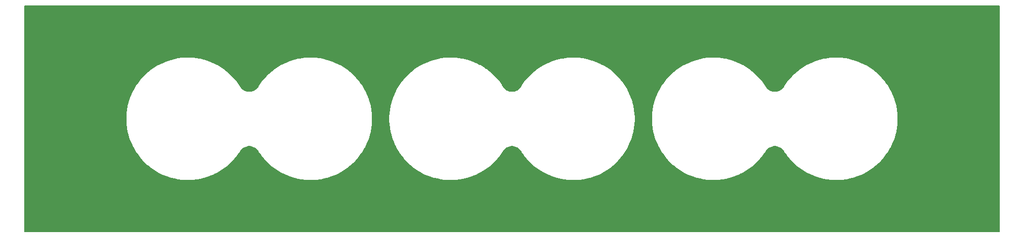
<source format=gbr>
%TF.GenerationSoftware,KiCad,Pcbnew,8.0.4+dfsg-1*%
%TF.CreationDate,2025-04-01T21:10:26+02:00*%
%TF.ProjectId,nixie-top,6e697869-652d-4746-9f70-2e6b69636164,rev?*%
%TF.SameCoordinates,Original*%
%TF.FileFunction,Copper,L1,Top*%
%TF.FilePolarity,Positive*%
%FSLAX46Y46*%
G04 Gerber Fmt 4.6, Leading zero omitted, Abs format (unit mm)*
G04 Created by KiCad (PCBNEW 8.0.4+dfsg-1) date 2025-04-01 21:10:26*
%MOMM*%
%LPD*%
G01*
G04 APERTURE LIST*
G04 APERTURE END LIST*
%TA.AperFunction,NonConductor*%
G36*
X237442539Y-60020185D02*
G01*
X237488294Y-60072989D01*
X237499500Y-60124500D01*
X237499500Y-98875500D01*
X237479815Y-98942539D01*
X237427011Y-98988294D01*
X237375500Y-98999500D01*
X70624500Y-98999500D01*
X70557461Y-98979815D01*
X70511706Y-98927011D01*
X70500500Y-98875500D01*
X70500500Y-79426595D01*
X87982514Y-79426595D01*
X87982514Y-79573579D01*
X87982525Y-79573754D01*
X87982556Y-79816104D01*
X87982557Y-79816128D01*
X88020526Y-80447197D01*
X88020529Y-80447226D01*
X88096326Y-81074836D01*
X88096334Y-81074886D01*
X88209690Y-81696832D01*
X88209692Y-81696841D01*
X88209694Y-81696849D01*
X88360208Y-82310899D01*
X88360209Y-82310902D01*
X88360219Y-82310937D01*
X88547326Y-82914799D01*
X88770370Y-83506350D01*
X88770374Y-83506359D01*
X88770380Y-83506375D01*
X88980153Y-83975284D01*
X89028560Y-84083490D01*
X89247225Y-84502732D01*
X89320931Y-84644048D01*
X89338270Y-84672918D01*
X89611187Y-85127341D01*
X89646441Y-85186040D01*
X89747212Y-85333039D01*
X90003915Y-85707502D01*
X90003920Y-85707509D01*
X90392058Y-86206550D01*
X90392084Y-86206582D01*
X90702793Y-86560032D01*
X90809481Y-86681397D01*
X90809486Y-86681402D01*
X90809501Y-86681419D01*
X91254629Y-87130278D01*
X91254647Y-87130295D01*
X91254664Y-87130312D01*
X91565290Y-87408004D01*
X91726001Y-87551677D01*
X92221798Y-87943976D01*
X92221811Y-87943985D01*
X92740271Y-88305798D01*
X93158978Y-88562045D01*
X93279518Y-88635815D01*
X93692166Y-88855440D01*
X93837619Y-88932855D01*
X94412538Y-89195834D01*
X94412540Y-89195834D01*
X94412556Y-89195842D01*
X95002248Y-89423824D01*
X95604567Y-89615978D01*
X95604579Y-89615981D01*
X95604585Y-89615983D01*
X95789315Y-89662901D01*
X96217340Y-89771612D01*
X96838353Y-89890162D01*
X97465366Y-89971202D01*
X98096113Y-90014439D01*
X98728319Y-90019716D01*
X99359701Y-89987014D01*
X99987978Y-89916452D01*
X100610884Y-89808284D01*
X101226169Y-89662900D01*
X101831612Y-89480827D01*
X102425028Y-89262720D01*
X102425042Y-89262713D01*
X102425047Y-89262712D01*
X102988256Y-89016373D01*
X103004272Y-89009368D01*
X103567256Y-88721684D01*
X104111945Y-88400709D01*
X104636374Y-88047599D01*
X105138650Y-87663631D01*
X105616958Y-87250190D01*
X106069573Y-86808770D01*
X106494859Y-86340963D01*
X106891282Y-85848458D01*
X107257411Y-85333035D01*
X107385707Y-85127334D01*
X107393830Y-85115824D01*
X107395269Y-85114011D01*
X107395274Y-85114007D01*
X107426508Y-85061948D01*
X107427545Y-85060256D01*
X107428303Y-85059041D01*
X107431799Y-85053745D01*
X107568175Y-84858251D01*
X107578836Y-84845006D01*
X107738037Y-84672911D01*
X107750412Y-84661253D01*
X107931672Y-84512589D01*
X107945520Y-84502740D01*
X108145444Y-84380293D01*
X108160512Y-84372433D01*
X108375312Y-84278524D01*
X108391312Y-84272801D01*
X108616957Y-84209193D01*
X108633602Y-84205713D01*
X108865815Y-84173609D01*
X108882797Y-84172441D01*
X109117201Y-84172441D01*
X109134183Y-84173609D01*
X109366392Y-84205713D01*
X109383042Y-84209193D01*
X109608680Y-84272800D01*
X109624690Y-84278526D01*
X109839479Y-84372430D01*
X109854559Y-84380297D01*
X110054470Y-84502735D01*
X110068331Y-84512595D01*
X110190989Y-84613194D01*
X110249577Y-84661246D01*
X110261967Y-84672918D01*
X110421150Y-84844995D01*
X110431824Y-84858255D01*
X110568192Y-85053737D01*
X110571744Y-85059121D01*
X110572522Y-85060370D01*
X110573601Y-85062135D01*
X110604724Y-85114008D01*
X110606172Y-85115831D01*
X110614294Y-85127341D01*
X110671711Y-85219398D01*
X110742587Y-85333034D01*
X111008595Y-85707510D01*
X111108720Y-85848463D01*
X111108724Y-85848468D01*
X111505121Y-86340940D01*
X111505148Y-86340973D01*
X111930412Y-86808754D01*
X111930426Y-86808769D01*
X112383040Y-87250190D01*
X112861348Y-87663631D01*
X112861365Y-87663644D01*
X112861370Y-87663648D01*
X113363601Y-88047582D01*
X113363611Y-88047589D01*
X113363624Y-88047599D01*
X113363639Y-88047609D01*
X113888040Y-88400701D01*
X113888043Y-88400703D01*
X113888051Y-88400708D01*
X113888053Y-88400709D01*
X114432742Y-88721685D01*
X114995726Y-89009368D01*
X115574971Y-89262721D01*
X116168386Y-89480827D01*
X116773829Y-89662901D01*
X117389114Y-89808284D01*
X118012020Y-89916453D01*
X118640298Y-89987015D01*
X119271680Y-90019717D01*
X119903886Y-90014440D01*
X120534634Y-89971203D01*
X121161646Y-89890164D01*
X121590564Y-89808284D01*
X121782645Y-89771616D01*
X121782647Y-89771615D01*
X121782660Y-89771613D01*
X122273000Y-89647074D01*
X122395413Y-89615984D01*
X122395419Y-89615982D01*
X122395432Y-89615979D01*
X122997752Y-89423825D01*
X123587444Y-89195843D01*
X124162379Y-88932857D01*
X124720482Y-88635816D01*
X125259738Y-88305793D01*
X125778200Y-87943979D01*
X126273996Y-87551680D01*
X126745336Y-87130313D01*
X126745371Y-87130278D01*
X127190498Y-86681420D01*
X127190504Y-86681412D01*
X127190519Y-86681398D01*
X127607938Y-86206557D01*
X127996085Y-85707504D01*
X128353559Y-85186040D01*
X128679070Y-84644049D01*
X128869713Y-84278530D01*
X128971436Y-84083498D01*
X128971440Y-84083490D01*
X128971442Y-84083486D01*
X129229621Y-83506376D01*
X129452673Y-82914802D01*
X129452674Y-82914800D01*
X129639781Y-82310938D01*
X129639793Y-82310900D01*
X129790307Y-81696849D01*
X129903670Y-81074868D01*
X129979474Y-80447201D01*
X130017444Y-79816114D01*
X130017474Y-79574710D01*
X130017485Y-79574579D01*
X130017485Y-79426595D01*
X132982514Y-79426595D01*
X132982514Y-79573579D01*
X132982525Y-79573754D01*
X132982556Y-79816104D01*
X132982557Y-79816128D01*
X133020526Y-80447197D01*
X133020529Y-80447226D01*
X133096326Y-81074836D01*
X133096334Y-81074886D01*
X133209690Y-81696832D01*
X133209692Y-81696841D01*
X133209694Y-81696849D01*
X133360208Y-82310899D01*
X133360209Y-82310902D01*
X133360219Y-82310937D01*
X133547326Y-82914799D01*
X133770370Y-83506350D01*
X133770374Y-83506359D01*
X133770380Y-83506375D01*
X133980153Y-83975284D01*
X134028560Y-84083490D01*
X134247225Y-84502732D01*
X134320931Y-84644048D01*
X134338270Y-84672918D01*
X134611187Y-85127341D01*
X134646441Y-85186040D01*
X134747212Y-85333039D01*
X135003915Y-85707502D01*
X135003920Y-85707509D01*
X135392058Y-86206550D01*
X135392084Y-86206582D01*
X135702793Y-86560032D01*
X135809481Y-86681397D01*
X135809486Y-86681402D01*
X135809501Y-86681419D01*
X136254629Y-87130278D01*
X136254647Y-87130295D01*
X136254664Y-87130312D01*
X136565290Y-87408004D01*
X136726001Y-87551677D01*
X137221798Y-87943976D01*
X137221811Y-87943985D01*
X137740271Y-88305798D01*
X138158978Y-88562045D01*
X138279518Y-88635815D01*
X138692166Y-88855440D01*
X138837619Y-88932855D01*
X139412538Y-89195834D01*
X139412540Y-89195834D01*
X139412556Y-89195842D01*
X140002248Y-89423824D01*
X140604567Y-89615978D01*
X140604579Y-89615981D01*
X140604585Y-89615983D01*
X140789315Y-89662901D01*
X141217340Y-89771612D01*
X141838353Y-89890162D01*
X142465366Y-89971202D01*
X143096113Y-90014439D01*
X143728319Y-90019716D01*
X144359701Y-89987014D01*
X144987978Y-89916452D01*
X145610884Y-89808284D01*
X146226169Y-89662900D01*
X146831612Y-89480827D01*
X147425028Y-89262720D01*
X147425042Y-89262713D01*
X147425047Y-89262712D01*
X147988256Y-89016373D01*
X148004272Y-89009368D01*
X148567256Y-88721684D01*
X149111945Y-88400709D01*
X149636374Y-88047599D01*
X150138650Y-87663631D01*
X150616958Y-87250190D01*
X151069573Y-86808770D01*
X151494859Y-86340963D01*
X151891282Y-85848458D01*
X152257411Y-85333035D01*
X152385707Y-85127334D01*
X152393830Y-85115824D01*
X152395269Y-85114011D01*
X152395274Y-85114007D01*
X152426508Y-85061948D01*
X152427545Y-85060256D01*
X152428303Y-85059041D01*
X152431799Y-85053745D01*
X152568175Y-84858251D01*
X152578836Y-84845006D01*
X152738037Y-84672911D01*
X152750412Y-84661253D01*
X152931672Y-84512589D01*
X152945520Y-84502740D01*
X153145444Y-84380293D01*
X153160512Y-84372433D01*
X153375312Y-84278524D01*
X153391312Y-84272801D01*
X153616957Y-84209193D01*
X153633602Y-84205713D01*
X153865815Y-84173609D01*
X153882797Y-84172441D01*
X154117201Y-84172441D01*
X154134183Y-84173609D01*
X154366392Y-84205713D01*
X154383042Y-84209193D01*
X154608680Y-84272800D01*
X154624690Y-84278526D01*
X154839479Y-84372430D01*
X154854559Y-84380297D01*
X155054470Y-84502735D01*
X155068331Y-84512595D01*
X155190989Y-84613194D01*
X155249577Y-84661246D01*
X155261967Y-84672918D01*
X155421150Y-84844995D01*
X155431824Y-84858255D01*
X155568192Y-85053737D01*
X155571744Y-85059121D01*
X155572522Y-85060370D01*
X155573601Y-85062135D01*
X155604724Y-85114008D01*
X155606172Y-85115831D01*
X155614294Y-85127341D01*
X155671711Y-85219398D01*
X155742587Y-85333034D01*
X156008595Y-85707510D01*
X156108720Y-85848463D01*
X156108724Y-85848468D01*
X156505121Y-86340940D01*
X156505148Y-86340973D01*
X156930412Y-86808754D01*
X156930426Y-86808769D01*
X157383040Y-87250190D01*
X157861348Y-87663631D01*
X157861365Y-87663644D01*
X157861370Y-87663648D01*
X158363601Y-88047582D01*
X158363611Y-88047589D01*
X158363624Y-88047599D01*
X158363639Y-88047609D01*
X158888040Y-88400701D01*
X158888043Y-88400703D01*
X158888051Y-88400708D01*
X158888053Y-88400709D01*
X159432742Y-88721685D01*
X159995726Y-89009368D01*
X160574971Y-89262721D01*
X161168386Y-89480827D01*
X161773829Y-89662901D01*
X162389114Y-89808284D01*
X163012020Y-89916453D01*
X163640298Y-89987015D01*
X164271680Y-90019717D01*
X164903886Y-90014440D01*
X165534634Y-89971203D01*
X166161646Y-89890164D01*
X166590564Y-89808284D01*
X166782645Y-89771616D01*
X166782647Y-89771615D01*
X166782660Y-89771613D01*
X167273000Y-89647074D01*
X167395413Y-89615984D01*
X167395419Y-89615982D01*
X167395432Y-89615979D01*
X167997752Y-89423825D01*
X168587444Y-89195843D01*
X169162379Y-88932857D01*
X169720482Y-88635816D01*
X170259738Y-88305793D01*
X170778200Y-87943979D01*
X171273996Y-87551680D01*
X171745336Y-87130313D01*
X171745371Y-87130278D01*
X172190498Y-86681420D01*
X172190504Y-86681412D01*
X172190519Y-86681398D01*
X172607938Y-86206557D01*
X172996085Y-85707504D01*
X173353559Y-85186040D01*
X173679070Y-84644049D01*
X173869713Y-84278530D01*
X173971436Y-84083498D01*
X173971440Y-84083490D01*
X173971442Y-84083486D01*
X174229621Y-83506376D01*
X174452673Y-82914802D01*
X174452674Y-82914800D01*
X174639781Y-82310938D01*
X174639793Y-82310900D01*
X174790307Y-81696849D01*
X174903670Y-81074868D01*
X174979474Y-80447201D01*
X175017444Y-79816114D01*
X175017474Y-79574710D01*
X175017485Y-79574579D01*
X175017485Y-79426595D01*
X177982514Y-79426595D01*
X177982514Y-79573579D01*
X177982525Y-79573754D01*
X177982556Y-79816104D01*
X177982557Y-79816128D01*
X178020526Y-80447197D01*
X178020529Y-80447226D01*
X178096326Y-81074836D01*
X178096334Y-81074886D01*
X178209690Y-81696832D01*
X178209692Y-81696841D01*
X178209694Y-81696849D01*
X178360208Y-82310899D01*
X178360209Y-82310902D01*
X178360219Y-82310937D01*
X178547326Y-82914799D01*
X178770370Y-83506350D01*
X178770374Y-83506359D01*
X178770380Y-83506375D01*
X178980153Y-83975284D01*
X179028560Y-84083490D01*
X179247225Y-84502732D01*
X179320931Y-84644048D01*
X179338270Y-84672918D01*
X179611187Y-85127341D01*
X179646441Y-85186040D01*
X179747212Y-85333039D01*
X180003915Y-85707502D01*
X180003920Y-85707509D01*
X180392058Y-86206550D01*
X180392084Y-86206582D01*
X180702793Y-86560032D01*
X180809481Y-86681397D01*
X180809486Y-86681402D01*
X180809501Y-86681419D01*
X181254629Y-87130278D01*
X181254647Y-87130295D01*
X181254664Y-87130312D01*
X181565290Y-87408004D01*
X181726001Y-87551677D01*
X182221798Y-87943976D01*
X182221811Y-87943985D01*
X182740271Y-88305798D01*
X183158978Y-88562045D01*
X183279518Y-88635815D01*
X183692166Y-88855440D01*
X183837619Y-88932855D01*
X184412538Y-89195834D01*
X184412540Y-89195834D01*
X184412556Y-89195842D01*
X185002248Y-89423824D01*
X185604567Y-89615978D01*
X185604579Y-89615981D01*
X185604585Y-89615983D01*
X185789315Y-89662901D01*
X186217340Y-89771612D01*
X186838353Y-89890162D01*
X187465366Y-89971202D01*
X188096113Y-90014439D01*
X188728319Y-90019716D01*
X189359701Y-89987014D01*
X189987978Y-89916452D01*
X190610884Y-89808284D01*
X191226169Y-89662900D01*
X191831612Y-89480827D01*
X192425028Y-89262720D01*
X192425042Y-89262713D01*
X192425047Y-89262712D01*
X192988256Y-89016373D01*
X193004272Y-89009368D01*
X193567256Y-88721684D01*
X194111945Y-88400709D01*
X194636374Y-88047599D01*
X195138650Y-87663631D01*
X195616958Y-87250190D01*
X196069573Y-86808770D01*
X196494859Y-86340963D01*
X196891282Y-85848458D01*
X197257411Y-85333035D01*
X197385707Y-85127334D01*
X197393830Y-85115824D01*
X197395269Y-85114011D01*
X197395274Y-85114007D01*
X197426508Y-85061948D01*
X197427545Y-85060256D01*
X197428303Y-85059041D01*
X197431799Y-85053745D01*
X197568175Y-84858251D01*
X197578836Y-84845006D01*
X197738037Y-84672911D01*
X197750412Y-84661253D01*
X197931672Y-84512589D01*
X197945520Y-84502740D01*
X198145444Y-84380293D01*
X198160512Y-84372433D01*
X198375312Y-84278524D01*
X198391312Y-84272801D01*
X198616957Y-84209193D01*
X198633602Y-84205713D01*
X198865815Y-84173609D01*
X198882797Y-84172441D01*
X199117201Y-84172441D01*
X199134183Y-84173609D01*
X199366392Y-84205713D01*
X199383042Y-84209193D01*
X199608680Y-84272800D01*
X199624690Y-84278526D01*
X199839479Y-84372430D01*
X199854559Y-84380297D01*
X200054470Y-84502735D01*
X200068331Y-84512595D01*
X200190989Y-84613194D01*
X200249577Y-84661246D01*
X200261967Y-84672918D01*
X200421150Y-84844995D01*
X200431824Y-84858255D01*
X200568192Y-85053737D01*
X200571744Y-85059121D01*
X200572522Y-85060370D01*
X200573601Y-85062135D01*
X200604724Y-85114008D01*
X200606172Y-85115831D01*
X200614294Y-85127341D01*
X200671711Y-85219398D01*
X200742587Y-85333034D01*
X201008595Y-85707510D01*
X201108720Y-85848463D01*
X201108724Y-85848468D01*
X201505121Y-86340940D01*
X201505148Y-86340973D01*
X201930412Y-86808754D01*
X201930426Y-86808769D01*
X202383040Y-87250190D01*
X202861348Y-87663631D01*
X202861365Y-87663644D01*
X202861370Y-87663648D01*
X203363601Y-88047582D01*
X203363611Y-88047589D01*
X203363624Y-88047599D01*
X203363639Y-88047609D01*
X203888040Y-88400701D01*
X203888043Y-88400703D01*
X203888051Y-88400708D01*
X203888053Y-88400709D01*
X204432742Y-88721685D01*
X204995726Y-89009368D01*
X205574971Y-89262721D01*
X206168386Y-89480827D01*
X206773829Y-89662901D01*
X207389114Y-89808284D01*
X208012020Y-89916453D01*
X208640298Y-89987015D01*
X209271680Y-90019717D01*
X209903886Y-90014440D01*
X210534634Y-89971203D01*
X211161646Y-89890164D01*
X211590564Y-89808284D01*
X211782645Y-89771616D01*
X211782647Y-89771615D01*
X211782660Y-89771613D01*
X212273000Y-89647074D01*
X212395413Y-89615984D01*
X212395419Y-89615982D01*
X212395432Y-89615979D01*
X212997752Y-89423825D01*
X213587444Y-89195843D01*
X214162379Y-88932857D01*
X214720482Y-88635816D01*
X215259738Y-88305793D01*
X215778200Y-87943979D01*
X216273996Y-87551680D01*
X216745336Y-87130313D01*
X216745371Y-87130278D01*
X217190498Y-86681420D01*
X217190504Y-86681412D01*
X217190519Y-86681398D01*
X217607938Y-86206557D01*
X217996085Y-85707504D01*
X218353559Y-85186040D01*
X218679070Y-84644049D01*
X218869713Y-84278530D01*
X218971436Y-84083498D01*
X218971440Y-84083490D01*
X218971442Y-84083486D01*
X219229621Y-83506376D01*
X219452673Y-82914802D01*
X219452674Y-82914800D01*
X219639781Y-82310938D01*
X219639793Y-82310900D01*
X219790307Y-81696849D01*
X219903670Y-81074868D01*
X219979474Y-80447201D01*
X220017444Y-79816114D01*
X220017474Y-79574710D01*
X220017485Y-79574579D01*
X220017485Y-79425684D01*
X220017474Y-79425548D01*
X220017444Y-79183886D01*
X219979474Y-78552799D01*
X219903670Y-77925132D01*
X219790307Y-77303151D01*
X219639793Y-76689101D01*
X219596840Y-76550476D01*
X219452674Y-76085199D01*
X219229630Y-75493648D01*
X219229624Y-75493632D01*
X219229621Y-75493624D01*
X218971442Y-74916514D01*
X218971440Y-74916511D01*
X218971436Y-74916501D01*
X218679075Y-74355960D01*
X218679072Y-74355956D01*
X218679070Y-74355951D01*
X218353559Y-73813960D01*
X217996085Y-73292496D01*
X217886450Y-73151535D01*
X217607942Y-72793448D01*
X217607916Y-72793416D01*
X217317453Y-72462997D01*
X217190520Y-72318602D01*
X216745336Y-71869688D01*
X216273996Y-71448320D01*
X216273980Y-71448307D01*
X215778202Y-71056023D01*
X215778189Y-71056014D01*
X215259736Y-70694205D01*
X214720494Y-70364191D01*
X214720489Y-70364188D01*
X214720482Y-70364184D01*
X214307834Y-70144559D01*
X214162380Y-70067143D01*
X213587461Y-69804164D01*
X213587452Y-69804160D01*
X213587444Y-69804157D01*
X213194316Y-69652169D01*
X212997753Y-69576175D01*
X212674866Y-69473166D01*
X212395433Y-69384021D01*
X212395428Y-69384019D01*
X212395414Y-69384015D01*
X211782673Y-69228390D01*
X211782671Y-69228389D01*
X211590552Y-69191714D01*
X211161647Y-69109837D01*
X210923374Y-69079040D01*
X210534645Y-69028798D01*
X210534638Y-69028797D01*
X210534634Y-69028797D01*
X209903886Y-68985560D01*
X209271683Y-68980283D01*
X209271673Y-68980283D01*
X208640309Y-69012984D01*
X208640295Y-69012985D01*
X208012039Y-69083544D01*
X208012025Y-69083546D01*
X208012021Y-69083547D01*
X207750226Y-69129007D01*
X207389118Y-69191714D01*
X206773843Y-69337095D01*
X206773830Y-69337099D01*
X206168387Y-69519172D01*
X205715300Y-69685701D01*
X205574958Y-69737284D01*
X204995725Y-69990632D01*
X204432744Y-70278314D01*
X203888044Y-70599296D01*
X203888041Y-70599298D01*
X203363640Y-70952389D01*
X203363602Y-70952416D01*
X202861371Y-71336350D01*
X202861330Y-71336383D01*
X202383049Y-71749801D01*
X202383032Y-71749817D01*
X202069882Y-72055222D01*
X201971686Y-72150991D01*
X201930412Y-72191244D01*
X201505149Y-72659025D01*
X201505122Y-72659058D01*
X201108724Y-73151530D01*
X201108709Y-73151550D01*
X200742592Y-73666957D01*
X200742585Y-73666967D01*
X200614284Y-73872672D01*
X200606175Y-73884166D01*
X200604726Y-73885990D01*
X200573570Y-73937915D01*
X200572468Y-73939716D01*
X200571723Y-73940911D01*
X200568197Y-73946254D01*
X200431826Y-74141744D01*
X200421151Y-74155005D01*
X200261968Y-74327081D01*
X200249578Y-74338753D01*
X200068337Y-74487401D01*
X200054466Y-74497267D01*
X199854565Y-74619699D01*
X199839473Y-74627572D01*
X199624700Y-74721469D01*
X199608672Y-74727202D01*
X199383049Y-74790804D01*
X199366387Y-74794287D01*
X199134184Y-74826391D01*
X199117202Y-74827559D01*
X198882798Y-74827559D01*
X198865816Y-74826391D01*
X198633612Y-74794287D01*
X198616950Y-74790804D01*
X198391327Y-74727202D01*
X198375299Y-74721469D01*
X198160526Y-74627572D01*
X198145434Y-74619699D01*
X197945533Y-74497267D01*
X197931662Y-74487401D01*
X197750421Y-74338753D01*
X197738031Y-74327081D01*
X197578848Y-74155004D01*
X197568174Y-74141744D01*
X197431805Y-73946260D01*
X197428311Y-73940969D01*
X197427492Y-73939655D01*
X197426422Y-73937905D01*
X197411048Y-73912282D01*
X197395275Y-73885993D01*
X197395272Y-73885990D01*
X197393832Y-73884176D01*
X197385716Y-73872674D01*
X197257415Y-73666967D01*
X197257414Y-73666965D01*
X196891285Y-73151541D01*
X196494861Y-72659037D01*
X196494859Y-72659035D01*
X196494851Y-72659025D01*
X196069588Y-72191244D01*
X196069585Y-72191241D01*
X196069575Y-72191230D01*
X195616960Y-71749809D01*
X195616951Y-71749801D01*
X195138670Y-71336383D01*
X195138660Y-71336375D01*
X195138652Y-71336368D01*
X195138639Y-71336358D01*
X195138629Y-71336350D01*
X194636398Y-70952416D01*
X194636382Y-70952405D01*
X194636376Y-70952400D01*
X194580118Y-70914520D01*
X194111959Y-70599297D01*
X194111956Y-70599295D01*
X193597167Y-70295939D01*
X193567258Y-70278314D01*
X193305505Y-70144559D01*
X193004275Y-69990631D01*
X192425042Y-69737283D01*
X192425032Y-69737279D01*
X192425029Y-69737278D01*
X191831614Y-69519172D01*
X191226171Y-69337098D01*
X191226167Y-69337097D01*
X191226157Y-69337094D01*
X190610882Y-69191714D01*
X190380676Y-69151738D01*
X189987980Y-69083546D01*
X189987972Y-69083545D01*
X189987961Y-69083543D01*
X189359705Y-69012984D01*
X189359691Y-69012983D01*
X188728322Y-68980282D01*
X188728320Y-68980282D01*
X188096114Y-68985559D01*
X188096112Y-68985559D01*
X187696048Y-69012983D01*
X187465366Y-69028796D01*
X187465365Y-69028796D01*
X187465352Y-69028797D01*
X186838357Y-69109834D01*
X186838322Y-69109840D01*
X186217354Y-69228382D01*
X186217326Y-69228389D01*
X185604585Y-69384014D01*
X185604570Y-69384019D01*
X185002246Y-69576174D01*
X184609120Y-69728162D01*
X184412556Y-69804156D01*
X184412551Y-69804157D01*
X184412538Y-69804163D01*
X183837618Y-70067142D01*
X183279504Y-70364190D01*
X182740263Y-70694204D01*
X182221810Y-71056013D01*
X182221797Y-71056022D01*
X181726000Y-71448321D01*
X181254661Y-71869689D01*
X180809484Y-72318596D01*
X180809478Y-72318603D01*
X180392067Y-72793434D01*
X180392055Y-72793448D01*
X180003918Y-73292488D01*
X180003913Y-73292495D01*
X179646435Y-73813966D01*
X179646433Y-73813969D01*
X179320927Y-74355954D01*
X179028559Y-74916507D01*
X178770374Y-75493632D01*
X178770368Y-75493648D01*
X178547324Y-76085199D01*
X178360217Y-76689061D01*
X178360207Y-76689096D01*
X178209690Y-77303158D01*
X178209688Y-77303167D01*
X178096332Y-77925113D01*
X178096324Y-77925163D01*
X178020527Y-78552773D01*
X178020524Y-78552802D01*
X177982555Y-79183871D01*
X177982554Y-79183895D01*
X177982522Y-79426447D01*
X177982514Y-79426595D01*
X175017485Y-79426595D01*
X175017485Y-79425684D01*
X175017474Y-79425548D01*
X175017444Y-79183886D01*
X174979474Y-78552799D01*
X174903670Y-77925132D01*
X174790307Y-77303151D01*
X174639793Y-76689101D01*
X174596840Y-76550476D01*
X174452674Y-76085199D01*
X174229630Y-75493648D01*
X174229624Y-75493632D01*
X174229621Y-75493624D01*
X173971442Y-74916514D01*
X173971440Y-74916511D01*
X173971436Y-74916501D01*
X173679075Y-74355960D01*
X173679072Y-74355956D01*
X173679070Y-74355951D01*
X173353559Y-73813960D01*
X172996085Y-73292496D01*
X172886450Y-73151535D01*
X172607942Y-72793448D01*
X172607916Y-72793416D01*
X172317453Y-72462997D01*
X172190520Y-72318602D01*
X171745336Y-71869688D01*
X171273996Y-71448320D01*
X171273980Y-71448307D01*
X170778202Y-71056023D01*
X170778189Y-71056014D01*
X170259736Y-70694205D01*
X169720494Y-70364191D01*
X169720489Y-70364188D01*
X169720482Y-70364184D01*
X169307834Y-70144559D01*
X169162380Y-70067143D01*
X168587461Y-69804164D01*
X168587452Y-69804160D01*
X168587444Y-69804157D01*
X168194316Y-69652169D01*
X167997753Y-69576175D01*
X167674866Y-69473166D01*
X167395433Y-69384021D01*
X167395428Y-69384019D01*
X167395414Y-69384015D01*
X166782673Y-69228390D01*
X166782671Y-69228389D01*
X166590552Y-69191714D01*
X166161647Y-69109837D01*
X165923374Y-69079040D01*
X165534645Y-69028798D01*
X165534638Y-69028797D01*
X165534634Y-69028797D01*
X164903886Y-68985560D01*
X164271683Y-68980283D01*
X164271673Y-68980283D01*
X163640309Y-69012984D01*
X163640295Y-69012985D01*
X163012039Y-69083544D01*
X163012025Y-69083546D01*
X163012021Y-69083547D01*
X162750226Y-69129007D01*
X162389118Y-69191714D01*
X161773843Y-69337095D01*
X161773830Y-69337099D01*
X161168387Y-69519172D01*
X160715300Y-69685701D01*
X160574958Y-69737284D01*
X159995725Y-69990632D01*
X159432744Y-70278314D01*
X158888044Y-70599296D01*
X158888041Y-70599298D01*
X158363640Y-70952389D01*
X158363602Y-70952416D01*
X157861371Y-71336350D01*
X157861330Y-71336383D01*
X157383049Y-71749801D01*
X157383032Y-71749817D01*
X157069882Y-72055222D01*
X156971686Y-72150991D01*
X156930412Y-72191244D01*
X156505149Y-72659025D01*
X156505122Y-72659058D01*
X156108724Y-73151530D01*
X156108709Y-73151550D01*
X155742592Y-73666957D01*
X155742585Y-73666967D01*
X155614284Y-73872672D01*
X155606175Y-73884166D01*
X155604726Y-73885990D01*
X155573570Y-73937915D01*
X155572468Y-73939716D01*
X155571723Y-73940911D01*
X155568197Y-73946254D01*
X155431826Y-74141744D01*
X155421151Y-74155005D01*
X155261968Y-74327081D01*
X155249578Y-74338753D01*
X155068337Y-74487401D01*
X155054466Y-74497267D01*
X154854565Y-74619699D01*
X154839473Y-74627572D01*
X154624700Y-74721469D01*
X154608672Y-74727202D01*
X154383049Y-74790804D01*
X154366387Y-74794287D01*
X154134184Y-74826391D01*
X154117202Y-74827559D01*
X153882798Y-74827559D01*
X153865816Y-74826391D01*
X153633612Y-74794287D01*
X153616950Y-74790804D01*
X153391327Y-74727202D01*
X153375299Y-74721469D01*
X153160526Y-74627572D01*
X153145434Y-74619699D01*
X152945533Y-74497267D01*
X152931662Y-74487401D01*
X152750421Y-74338753D01*
X152738031Y-74327081D01*
X152578848Y-74155004D01*
X152568174Y-74141744D01*
X152431805Y-73946260D01*
X152428311Y-73940969D01*
X152427492Y-73939655D01*
X152426422Y-73937905D01*
X152411048Y-73912282D01*
X152395275Y-73885993D01*
X152395272Y-73885990D01*
X152393832Y-73884176D01*
X152385716Y-73872674D01*
X152257415Y-73666967D01*
X152257414Y-73666965D01*
X151891285Y-73151541D01*
X151494861Y-72659037D01*
X151494859Y-72659035D01*
X151494851Y-72659025D01*
X151069588Y-72191244D01*
X151069585Y-72191241D01*
X151069575Y-72191230D01*
X150616960Y-71749809D01*
X150616951Y-71749801D01*
X150138670Y-71336383D01*
X150138660Y-71336375D01*
X150138652Y-71336368D01*
X150138639Y-71336358D01*
X150138629Y-71336350D01*
X149636398Y-70952416D01*
X149636382Y-70952405D01*
X149636376Y-70952400D01*
X149580118Y-70914520D01*
X149111959Y-70599297D01*
X149111956Y-70599295D01*
X148597167Y-70295939D01*
X148567258Y-70278314D01*
X148305505Y-70144559D01*
X148004275Y-69990631D01*
X147425042Y-69737283D01*
X147425032Y-69737279D01*
X147425029Y-69737278D01*
X146831614Y-69519172D01*
X146226171Y-69337098D01*
X146226167Y-69337097D01*
X146226157Y-69337094D01*
X145610882Y-69191714D01*
X145380676Y-69151738D01*
X144987980Y-69083546D01*
X144987972Y-69083545D01*
X144987961Y-69083543D01*
X144359705Y-69012984D01*
X144359691Y-69012983D01*
X143728322Y-68980282D01*
X143728320Y-68980282D01*
X143096114Y-68985559D01*
X143096112Y-68985559D01*
X142696048Y-69012983D01*
X142465366Y-69028796D01*
X142465365Y-69028796D01*
X142465352Y-69028797D01*
X141838357Y-69109834D01*
X141838322Y-69109840D01*
X141217354Y-69228382D01*
X141217326Y-69228389D01*
X140604585Y-69384014D01*
X140604570Y-69384019D01*
X140002246Y-69576174D01*
X139609120Y-69728162D01*
X139412556Y-69804156D01*
X139412551Y-69804157D01*
X139412538Y-69804163D01*
X138837618Y-70067142D01*
X138279504Y-70364190D01*
X137740263Y-70694204D01*
X137221810Y-71056013D01*
X137221797Y-71056022D01*
X136726000Y-71448321D01*
X136254661Y-71869689D01*
X135809484Y-72318596D01*
X135809478Y-72318603D01*
X135392067Y-72793434D01*
X135392055Y-72793448D01*
X135003918Y-73292488D01*
X135003913Y-73292495D01*
X134646435Y-73813966D01*
X134646433Y-73813969D01*
X134320927Y-74355954D01*
X134028559Y-74916507D01*
X133770374Y-75493632D01*
X133770368Y-75493648D01*
X133547324Y-76085199D01*
X133360217Y-76689061D01*
X133360207Y-76689096D01*
X133209690Y-77303158D01*
X133209688Y-77303167D01*
X133096332Y-77925113D01*
X133096324Y-77925163D01*
X133020527Y-78552773D01*
X133020524Y-78552802D01*
X132982555Y-79183871D01*
X132982554Y-79183895D01*
X132982522Y-79426447D01*
X132982514Y-79426595D01*
X130017485Y-79426595D01*
X130017485Y-79425684D01*
X130017474Y-79425548D01*
X130017444Y-79183886D01*
X129979474Y-78552799D01*
X129903670Y-77925132D01*
X129790307Y-77303151D01*
X129639793Y-76689101D01*
X129596840Y-76550476D01*
X129452674Y-76085199D01*
X129229630Y-75493648D01*
X129229624Y-75493632D01*
X129229621Y-75493624D01*
X128971442Y-74916514D01*
X128971440Y-74916511D01*
X128971436Y-74916501D01*
X128679075Y-74355960D01*
X128679072Y-74355956D01*
X128679070Y-74355951D01*
X128353559Y-73813960D01*
X127996085Y-73292496D01*
X127886450Y-73151535D01*
X127607942Y-72793448D01*
X127607916Y-72793416D01*
X127317453Y-72462997D01*
X127190520Y-72318602D01*
X126745336Y-71869688D01*
X126273996Y-71448320D01*
X126273980Y-71448307D01*
X125778202Y-71056023D01*
X125778189Y-71056014D01*
X125259736Y-70694205D01*
X124720494Y-70364191D01*
X124720489Y-70364188D01*
X124720482Y-70364184D01*
X124307834Y-70144559D01*
X124162380Y-70067143D01*
X123587461Y-69804164D01*
X123587452Y-69804160D01*
X123587444Y-69804157D01*
X123194316Y-69652169D01*
X122997753Y-69576175D01*
X122674866Y-69473166D01*
X122395433Y-69384021D01*
X122395428Y-69384019D01*
X122395414Y-69384015D01*
X121782673Y-69228390D01*
X121782671Y-69228389D01*
X121590552Y-69191714D01*
X121161647Y-69109837D01*
X120923374Y-69079040D01*
X120534645Y-69028798D01*
X120534638Y-69028797D01*
X120534634Y-69028797D01*
X119903886Y-68985560D01*
X119271683Y-68980283D01*
X119271673Y-68980283D01*
X118640309Y-69012984D01*
X118640295Y-69012985D01*
X118012039Y-69083544D01*
X118012025Y-69083546D01*
X118012021Y-69083547D01*
X117750226Y-69129007D01*
X117389118Y-69191714D01*
X116773843Y-69337095D01*
X116773830Y-69337099D01*
X116168387Y-69519172D01*
X115715300Y-69685701D01*
X115574958Y-69737284D01*
X114995725Y-69990632D01*
X114432744Y-70278314D01*
X113888044Y-70599296D01*
X113888041Y-70599298D01*
X113363640Y-70952389D01*
X113363602Y-70952416D01*
X112861371Y-71336350D01*
X112861330Y-71336383D01*
X112383049Y-71749801D01*
X112383032Y-71749817D01*
X112069882Y-72055222D01*
X111971686Y-72150991D01*
X111930412Y-72191244D01*
X111505149Y-72659025D01*
X111505122Y-72659058D01*
X111108724Y-73151530D01*
X111108709Y-73151550D01*
X110742592Y-73666957D01*
X110742585Y-73666967D01*
X110614284Y-73872672D01*
X110606175Y-73884166D01*
X110604726Y-73885990D01*
X110573570Y-73937915D01*
X110572468Y-73939716D01*
X110571723Y-73940911D01*
X110568197Y-73946254D01*
X110431826Y-74141744D01*
X110421151Y-74155005D01*
X110261968Y-74327081D01*
X110249578Y-74338753D01*
X110068337Y-74487401D01*
X110054466Y-74497267D01*
X109854565Y-74619699D01*
X109839473Y-74627572D01*
X109624700Y-74721469D01*
X109608672Y-74727202D01*
X109383049Y-74790804D01*
X109366387Y-74794287D01*
X109134184Y-74826391D01*
X109117202Y-74827559D01*
X108882798Y-74827559D01*
X108865816Y-74826391D01*
X108633612Y-74794287D01*
X108616950Y-74790804D01*
X108391327Y-74727202D01*
X108375299Y-74721469D01*
X108160526Y-74627572D01*
X108145434Y-74619699D01*
X107945533Y-74497267D01*
X107931662Y-74487401D01*
X107750421Y-74338753D01*
X107738031Y-74327081D01*
X107578848Y-74155004D01*
X107568174Y-74141744D01*
X107431805Y-73946260D01*
X107428311Y-73940969D01*
X107427492Y-73939655D01*
X107426422Y-73937905D01*
X107411048Y-73912282D01*
X107395275Y-73885993D01*
X107395272Y-73885990D01*
X107393832Y-73884176D01*
X107385716Y-73872674D01*
X107257415Y-73666967D01*
X107257414Y-73666965D01*
X106891285Y-73151541D01*
X106494861Y-72659037D01*
X106494859Y-72659035D01*
X106494851Y-72659025D01*
X106069588Y-72191244D01*
X106069585Y-72191241D01*
X106069575Y-72191230D01*
X105616960Y-71749809D01*
X105616951Y-71749801D01*
X105138670Y-71336383D01*
X105138660Y-71336375D01*
X105138652Y-71336368D01*
X105138639Y-71336358D01*
X105138629Y-71336350D01*
X104636398Y-70952416D01*
X104636382Y-70952405D01*
X104636376Y-70952400D01*
X104580118Y-70914520D01*
X104111959Y-70599297D01*
X104111956Y-70599295D01*
X103597167Y-70295939D01*
X103567258Y-70278314D01*
X103305505Y-70144559D01*
X103004275Y-69990631D01*
X102425042Y-69737283D01*
X102425032Y-69737279D01*
X102425029Y-69737278D01*
X101831614Y-69519172D01*
X101226171Y-69337098D01*
X101226167Y-69337097D01*
X101226157Y-69337094D01*
X100610882Y-69191714D01*
X100380676Y-69151738D01*
X99987980Y-69083546D01*
X99987972Y-69083545D01*
X99987961Y-69083543D01*
X99359705Y-69012984D01*
X99359691Y-69012983D01*
X98728322Y-68980282D01*
X98728320Y-68980282D01*
X98096114Y-68985559D01*
X98096112Y-68985559D01*
X97696048Y-69012983D01*
X97465366Y-69028796D01*
X97465365Y-69028796D01*
X97465352Y-69028797D01*
X96838357Y-69109834D01*
X96838322Y-69109840D01*
X96217354Y-69228382D01*
X96217326Y-69228389D01*
X95604585Y-69384014D01*
X95604570Y-69384019D01*
X95002246Y-69576174D01*
X94609120Y-69728162D01*
X94412556Y-69804156D01*
X94412551Y-69804157D01*
X94412538Y-69804163D01*
X93837618Y-70067142D01*
X93279504Y-70364190D01*
X92740263Y-70694204D01*
X92221810Y-71056013D01*
X92221797Y-71056022D01*
X91726000Y-71448321D01*
X91254661Y-71869689D01*
X90809484Y-72318596D01*
X90809478Y-72318603D01*
X90392067Y-72793434D01*
X90392055Y-72793448D01*
X90003918Y-73292488D01*
X90003913Y-73292495D01*
X89646435Y-73813966D01*
X89646433Y-73813969D01*
X89320927Y-74355954D01*
X89028559Y-74916507D01*
X88770374Y-75493632D01*
X88770368Y-75493648D01*
X88547324Y-76085199D01*
X88360217Y-76689061D01*
X88360207Y-76689096D01*
X88209690Y-77303158D01*
X88209688Y-77303167D01*
X88096332Y-77925113D01*
X88096324Y-77925163D01*
X88020527Y-78552773D01*
X88020524Y-78552802D01*
X87982555Y-79183871D01*
X87982554Y-79183895D01*
X87982522Y-79426447D01*
X87982514Y-79426595D01*
X70500500Y-79426595D01*
X70500500Y-60124500D01*
X70520185Y-60057461D01*
X70572989Y-60011706D01*
X70624500Y-60000500D01*
X237375500Y-60000500D01*
X237442539Y-60020185D01*
G37*
%TD.AperFunction*%
M02*

</source>
